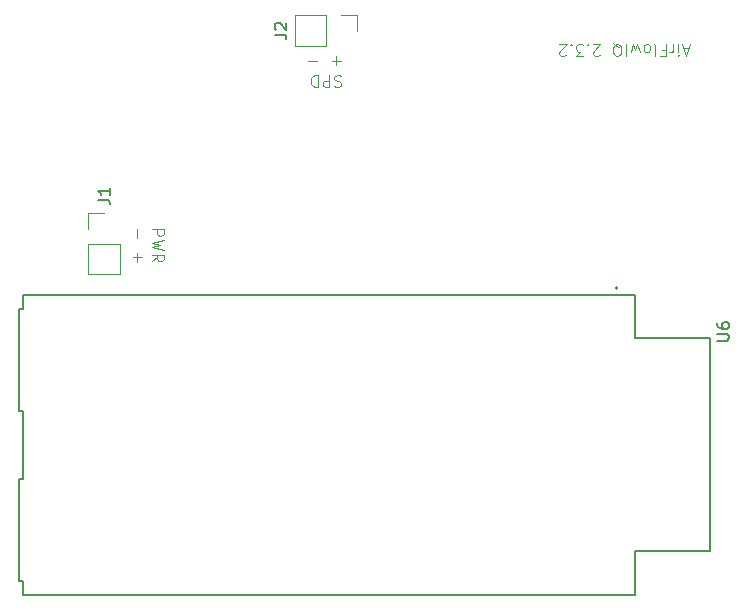
<source format=gbr>
%TF.GenerationSoftware,KiCad,Pcbnew,9.0.0*%
%TF.CreationDate,2025-11-19T13:49:17-06:00*%
%TF.ProjectId,FiltSure Prototype Three,46696c74-5375-4726-9520-50726f746f74,rev?*%
%TF.SameCoordinates,Original*%
%TF.FileFunction,Legend,Top*%
%TF.FilePolarity,Positive*%
%FSLAX46Y46*%
G04 Gerber Fmt 4.6, Leading zero omitted, Abs format (unit mm)*
G04 Created by KiCad (PCBNEW 9.0.0) date 2025-11-19 13:49:17*
%MOMM*%
%LPD*%
G01*
G04 APERTURE LIST*
%ADD10C,0.100000*%
%ADD11C,0.150000*%
%ADD12C,0.120000*%
%ADD13C,0.127000*%
%ADD14C,0.200000*%
G04 APERTURE END LIST*
D10*
X115669334Y-70259744D02*
X115526477Y-70212124D01*
X115526477Y-70212124D02*
X115288382Y-70212124D01*
X115288382Y-70212124D02*
X115193144Y-70259744D01*
X115193144Y-70259744D02*
X115145525Y-70307363D01*
X115145525Y-70307363D02*
X115097906Y-70402601D01*
X115097906Y-70402601D02*
X115097906Y-70497839D01*
X115097906Y-70497839D02*
X115145525Y-70593077D01*
X115145525Y-70593077D02*
X115193144Y-70640696D01*
X115193144Y-70640696D02*
X115288382Y-70688315D01*
X115288382Y-70688315D02*
X115478858Y-70735934D01*
X115478858Y-70735934D02*
X115574096Y-70783553D01*
X115574096Y-70783553D02*
X115621715Y-70831172D01*
X115621715Y-70831172D02*
X115669334Y-70926410D01*
X115669334Y-70926410D02*
X115669334Y-71021648D01*
X115669334Y-71021648D02*
X115621715Y-71116886D01*
X115621715Y-71116886D02*
X115574096Y-71164505D01*
X115574096Y-71164505D02*
X115478858Y-71212124D01*
X115478858Y-71212124D02*
X115240763Y-71212124D01*
X115240763Y-71212124D02*
X115097906Y-71164505D01*
X114669334Y-70212124D02*
X114669334Y-71212124D01*
X114669334Y-71212124D02*
X114288382Y-71212124D01*
X114288382Y-71212124D02*
X114193144Y-71164505D01*
X114193144Y-71164505D02*
X114145525Y-71116886D01*
X114145525Y-71116886D02*
X114097906Y-71021648D01*
X114097906Y-71021648D02*
X114097906Y-70878791D01*
X114097906Y-70878791D02*
X114145525Y-70783553D01*
X114145525Y-70783553D02*
X114193144Y-70735934D01*
X114193144Y-70735934D02*
X114288382Y-70688315D01*
X114288382Y-70688315D02*
X114669334Y-70688315D01*
X113669334Y-70212124D02*
X113669334Y-71212124D01*
X113669334Y-71212124D02*
X113431239Y-71212124D01*
X113431239Y-71212124D02*
X113288382Y-71164505D01*
X113288382Y-71164505D02*
X113193144Y-71069267D01*
X113193144Y-71069267D02*
X113145525Y-70974029D01*
X113145525Y-70974029D02*
X113097906Y-70783553D01*
X113097906Y-70783553D02*
X113097906Y-70640696D01*
X113097906Y-70640696D02*
X113145525Y-70450220D01*
X113145525Y-70450220D02*
X113193144Y-70354982D01*
X113193144Y-70354982D02*
X113288382Y-70259744D01*
X113288382Y-70259744D02*
X113431239Y-70212124D01*
X113431239Y-70212124D02*
X113669334Y-70212124D01*
X115621715Y-68983133D02*
X114859811Y-68983133D01*
X115240763Y-68602180D02*
X115240763Y-69364085D01*
X113621715Y-68983133D02*
X112859811Y-68983133D01*
X145133334Y-67871895D02*
X144657144Y-67871895D01*
X145228572Y-67586180D02*
X144895239Y-68586180D01*
X144895239Y-68586180D02*
X144561906Y-67586180D01*
X144228572Y-67586180D02*
X144228572Y-68252847D01*
X144228572Y-68586180D02*
X144276191Y-68538561D01*
X144276191Y-68538561D02*
X144228572Y-68490942D01*
X144228572Y-68490942D02*
X144180953Y-68538561D01*
X144180953Y-68538561D02*
X144228572Y-68586180D01*
X144228572Y-68586180D02*
X144228572Y-68490942D01*
X143752382Y-67586180D02*
X143752382Y-68252847D01*
X143752382Y-68062371D02*
X143704763Y-68157609D01*
X143704763Y-68157609D02*
X143657144Y-68205228D01*
X143657144Y-68205228D02*
X143561906Y-68252847D01*
X143561906Y-68252847D02*
X143466668Y-68252847D01*
X142800001Y-68109990D02*
X143133334Y-68109990D01*
X143133334Y-67586180D02*
X143133334Y-68586180D01*
X143133334Y-68586180D02*
X142657144Y-68586180D01*
X142133334Y-67586180D02*
X142228572Y-67633800D01*
X142228572Y-67633800D02*
X142276191Y-67729038D01*
X142276191Y-67729038D02*
X142276191Y-68586180D01*
X141609524Y-67586180D02*
X141704762Y-67633800D01*
X141704762Y-67633800D02*
X141752381Y-67681419D01*
X141752381Y-67681419D02*
X141800000Y-67776657D01*
X141800000Y-67776657D02*
X141800000Y-68062371D01*
X141800000Y-68062371D02*
X141752381Y-68157609D01*
X141752381Y-68157609D02*
X141704762Y-68205228D01*
X141704762Y-68205228D02*
X141609524Y-68252847D01*
X141609524Y-68252847D02*
X141466667Y-68252847D01*
X141466667Y-68252847D02*
X141371429Y-68205228D01*
X141371429Y-68205228D02*
X141323810Y-68157609D01*
X141323810Y-68157609D02*
X141276191Y-68062371D01*
X141276191Y-68062371D02*
X141276191Y-67776657D01*
X141276191Y-67776657D02*
X141323810Y-67681419D01*
X141323810Y-67681419D02*
X141371429Y-67633800D01*
X141371429Y-67633800D02*
X141466667Y-67586180D01*
X141466667Y-67586180D02*
X141609524Y-67586180D01*
X140942857Y-68252847D02*
X140752381Y-67586180D01*
X140752381Y-67586180D02*
X140561905Y-68062371D01*
X140561905Y-68062371D02*
X140371429Y-67586180D01*
X140371429Y-67586180D02*
X140180953Y-68252847D01*
X139800000Y-67586180D02*
X139800000Y-68586180D01*
X138657144Y-67490942D02*
X138752382Y-67538561D01*
X138752382Y-67538561D02*
X138847620Y-67633800D01*
X138847620Y-67633800D02*
X138990477Y-67776657D01*
X138990477Y-67776657D02*
X139085715Y-67824276D01*
X139085715Y-67824276D02*
X139180953Y-67824276D01*
X139133334Y-67586180D02*
X139228572Y-67633800D01*
X139228572Y-67633800D02*
X139323810Y-67729038D01*
X139323810Y-67729038D02*
X139371429Y-67919514D01*
X139371429Y-67919514D02*
X139371429Y-68252847D01*
X139371429Y-68252847D02*
X139323810Y-68443323D01*
X139323810Y-68443323D02*
X139228572Y-68538561D01*
X139228572Y-68538561D02*
X139133334Y-68586180D01*
X139133334Y-68586180D02*
X138942858Y-68586180D01*
X138942858Y-68586180D02*
X138847620Y-68538561D01*
X138847620Y-68538561D02*
X138752382Y-68443323D01*
X138752382Y-68443323D02*
X138704763Y-68252847D01*
X138704763Y-68252847D02*
X138704763Y-67919514D01*
X138704763Y-67919514D02*
X138752382Y-67729038D01*
X138752382Y-67729038D02*
X138847620Y-67633800D01*
X138847620Y-67633800D02*
X138942858Y-67586180D01*
X138942858Y-67586180D02*
X139133334Y-67586180D01*
X137561905Y-68490942D02*
X137514286Y-68538561D01*
X137514286Y-68538561D02*
X137419048Y-68586180D01*
X137419048Y-68586180D02*
X137180953Y-68586180D01*
X137180953Y-68586180D02*
X137085715Y-68538561D01*
X137085715Y-68538561D02*
X137038096Y-68490942D01*
X137038096Y-68490942D02*
X136990477Y-68395704D01*
X136990477Y-68395704D02*
X136990477Y-68300466D01*
X136990477Y-68300466D02*
X137038096Y-68157609D01*
X137038096Y-68157609D02*
X137609524Y-67586180D01*
X137609524Y-67586180D02*
X136990477Y-67586180D01*
X136561905Y-67681419D02*
X136514286Y-67633800D01*
X136514286Y-67633800D02*
X136561905Y-67586180D01*
X136561905Y-67586180D02*
X136609524Y-67633800D01*
X136609524Y-67633800D02*
X136561905Y-67681419D01*
X136561905Y-67681419D02*
X136561905Y-67586180D01*
X136180953Y-68586180D02*
X135561906Y-68586180D01*
X135561906Y-68586180D02*
X135895239Y-68205228D01*
X135895239Y-68205228D02*
X135752382Y-68205228D01*
X135752382Y-68205228D02*
X135657144Y-68157609D01*
X135657144Y-68157609D02*
X135609525Y-68109990D01*
X135609525Y-68109990D02*
X135561906Y-68014752D01*
X135561906Y-68014752D02*
X135561906Y-67776657D01*
X135561906Y-67776657D02*
X135609525Y-67681419D01*
X135609525Y-67681419D02*
X135657144Y-67633800D01*
X135657144Y-67633800D02*
X135752382Y-67586180D01*
X135752382Y-67586180D02*
X136038096Y-67586180D01*
X136038096Y-67586180D02*
X136133334Y-67633800D01*
X136133334Y-67633800D02*
X136180953Y-67681419D01*
X135133334Y-67681419D02*
X135085715Y-67633800D01*
X135085715Y-67633800D02*
X135133334Y-67586180D01*
X135133334Y-67586180D02*
X135180953Y-67633800D01*
X135180953Y-67633800D02*
X135133334Y-67681419D01*
X135133334Y-67681419D02*
X135133334Y-67586180D01*
X134704763Y-68490942D02*
X134657144Y-68538561D01*
X134657144Y-68538561D02*
X134561906Y-68586180D01*
X134561906Y-68586180D02*
X134323811Y-68586180D01*
X134323811Y-68586180D02*
X134228573Y-68538561D01*
X134228573Y-68538561D02*
X134180954Y-68490942D01*
X134180954Y-68490942D02*
X134133335Y-68395704D01*
X134133335Y-68395704D02*
X134133335Y-68300466D01*
X134133335Y-68300466D02*
X134180954Y-68157609D01*
X134180954Y-68157609D02*
X134752382Y-67586180D01*
X134752382Y-67586180D02*
X134133335Y-67586180D01*
X99629124Y-83256484D02*
X100629124Y-83256484D01*
X100629124Y-83256484D02*
X100629124Y-83637436D01*
X100629124Y-83637436D02*
X100581505Y-83732674D01*
X100581505Y-83732674D02*
X100533886Y-83780293D01*
X100533886Y-83780293D02*
X100438648Y-83827912D01*
X100438648Y-83827912D02*
X100295791Y-83827912D01*
X100295791Y-83827912D02*
X100200553Y-83780293D01*
X100200553Y-83780293D02*
X100152934Y-83732674D01*
X100152934Y-83732674D02*
X100105315Y-83637436D01*
X100105315Y-83637436D02*
X100105315Y-83256484D01*
X100629124Y-84161246D02*
X99629124Y-84399341D01*
X99629124Y-84399341D02*
X100343410Y-84589817D01*
X100343410Y-84589817D02*
X99629124Y-84780293D01*
X99629124Y-84780293D02*
X100629124Y-85018389D01*
X99629124Y-85970769D02*
X100105315Y-85637436D01*
X99629124Y-85399341D02*
X100629124Y-85399341D01*
X100629124Y-85399341D02*
X100629124Y-85780293D01*
X100629124Y-85780293D02*
X100581505Y-85875531D01*
X100581505Y-85875531D02*
X100533886Y-85923150D01*
X100533886Y-85923150D02*
X100438648Y-85970769D01*
X100438648Y-85970769D02*
X100295791Y-85970769D01*
X100295791Y-85970769D02*
X100200553Y-85923150D01*
X100200553Y-85923150D02*
X100152934Y-85875531D01*
X100152934Y-85875531D02*
X100105315Y-85780293D01*
X100105315Y-85780293D02*
X100105315Y-85399341D01*
X98400133Y-83256484D02*
X98400133Y-84018389D01*
X98400133Y-85256484D02*
X98400133Y-86018389D01*
X98019180Y-85637436D02*
X98781085Y-85637436D01*
D11*
X110041419Y-66775933D02*
X110755704Y-66775933D01*
X110755704Y-66775933D02*
X110898561Y-66823552D01*
X110898561Y-66823552D02*
X110993800Y-66918790D01*
X110993800Y-66918790D02*
X111041419Y-67061647D01*
X111041419Y-67061647D02*
X111041419Y-67156885D01*
X110136657Y-66347361D02*
X110089038Y-66299742D01*
X110089038Y-66299742D02*
X110041419Y-66204504D01*
X110041419Y-66204504D02*
X110041419Y-65966409D01*
X110041419Y-65966409D02*
X110089038Y-65871171D01*
X110089038Y-65871171D02*
X110136657Y-65823552D01*
X110136657Y-65823552D02*
X110231895Y-65775933D01*
X110231895Y-65775933D02*
X110327133Y-65775933D01*
X110327133Y-65775933D02*
X110469990Y-65823552D01*
X110469990Y-65823552D02*
X111041419Y-66394980D01*
X111041419Y-66394980D02*
X111041419Y-65775933D01*
X95060419Y-80745933D02*
X95774704Y-80745933D01*
X95774704Y-80745933D02*
X95917561Y-80793552D01*
X95917561Y-80793552D02*
X96012800Y-80888790D01*
X96012800Y-80888790D02*
X96060419Y-81031647D01*
X96060419Y-81031647D02*
X96060419Y-81126885D01*
X96060419Y-79745933D02*
X96060419Y-80317361D01*
X96060419Y-80031647D02*
X95060419Y-80031647D01*
X95060419Y-80031647D02*
X95203276Y-80126885D01*
X95203276Y-80126885D02*
X95298514Y-80222123D01*
X95298514Y-80222123D02*
X95346133Y-80317361D01*
X147495419Y-92681504D02*
X148304942Y-92681504D01*
X148304942Y-92681504D02*
X148400180Y-92633885D01*
X148400180Y-92633885D02*
X148447800Y-92586266D01*
X148447800Y-92586266D02*
X148495419Y-92491028D01*
X148495419Y-92491028D02*
X148495419Y-92300552D01*
X148495419Y-92300552D02*
X148447800Y-92205314D01*
X148447800Y-92205314D02*
X148400180Y-92157695D01*
X148400180Y-92157695D02*
X148304942Y-92110076D01*
X148304942Y-92110076D02*
X147495419Y-92110076D01*
X147495419Y-91205314D02*
X147495419Y-91395790D01*
X147495419Y-91395790D02*
X147543038Y-91491028D01*
X147543038Y-91491028D02*
X147590657Y-91538647D01*
X147590657Y-91538647D02*
X147733514Y-91633885D01*
X147733514Y-91633885D02*
X147923990Y-91681504D01*
X147923990Y-91681504D02*
X148304942Y-91681504D01*
X148304942Y-91681504D02*
X148400180Y-91633885D01*
X148400180Y-91633885D02*
X148447800Y-91586266D01*
X148447800Y-91586266D02*
X148495419Y-91491028D01*
X148495419Y-91491028D02*
X148495419Y-91300552D01*
X148495419Y-91300552D02*
X148447800Y-91205314D01*
X148447800Y-91205314D02*
X148400180Y-91157695D01*
X148400180Y-91157695D02*
X148304942Y-91110076D01*
X148304942Y-91110076D02*
X148066847Y-91110076D01*
X148066847Y-91110076D02*
X147971609Y-91157695D01*
X147971609Y-91157695D02*
X147923990Y-91205314D01*
X147923990Y-91205314D02*
X147876371Y-91300552D01*
X147876371Y-91300552D02*
X147876371Y-91491028D01*
X147876371Y-91491028D02*
X147923990Y-91586266D01*
X147923990Y-91586266D02*
X147971609Y-91633885D01*
X147971609Y-91633885D02*
X148066847Y-91681504D01*
D12*
%TO.C,J2*%
X117001600Y-65112600D02*
X117001600Y-66442600D01*
X115671600Y-65112600D02*
X117001600Y-65112600D01*
X114401600Y-67772600D02*
X111801600Y-67772600D01*
X114401600Y-65112600D02*
X114401600Y-67772600D01*
X114401600Y-65112600D02*
X111801600Y-65112600D01*
X111801600Y-65112600D02*
X111801600Y-67772600D01*
%TO.C,J1*%
X94275600Y-81871600D02*
X95605600Y-81871600D01*
X94275600Y-83201600D02*
X94275600Y-81871600D01*
X94275600Y-84471600D02*
X94275600Y-87071600D01*
X94275600Y-84471600D02*
X96935600Y-84471600D01*
X94275600Y-87071600D02*
X96935600Y-87071600D01*
X96935600Y-84471600D02*
X96935600Y-87071600D01*
D13*
%TO.C,U6*%
X88355600Y-89969600D02*
X88355600Y-98619600D01*
X88355600Y-98619600D02*
X88755600Y-98619600D01*
X88355600Y-104369600D02*
X88355600Y-113019600D01*
X88355600Y-113019600D02*
X88755600Y-113019600D01*
X88755600Y-88794600D02*
X140555600Y-88794600D01*
X88755600Y-89969600D02*
X88355600Y-89969600D01*
X88755600Y-89969600D02*
X88755600Y-88794600D01*
X88755600Y-104369600D02*
X88355600Y-104369600D01*
X88755600Y-104369600D02*
X88755600Y-98619600D01*
X88755600Y-114194600D02*
X88755600Y-113019600D01*
X140555600Y-88794600D02*
X140555600Y-92494600D01*
X140555600Y-92494600D02*
X146905600Y-92494600D01*
X140555600Y-110494600D02*
X140555600Y-114194600D01*
X140555600Y-114194600D02*
X88755600Y-114194600D01*
X146905600Y-92494600D02*
X146905600Y-110494600D01*
X146905600Y-110494600D02*
X140555600Y-110494600D01*
D14*
X139080600Y-88244600D02*
G75*
G02*
X138880600Y-88244600I-100000J0D01*
G01*
X138880600Y-88244600D02*
G75*
G02*
X139080600Y-88244600I100000J0D01*
G01*
%TD*%
M02*

</source>
